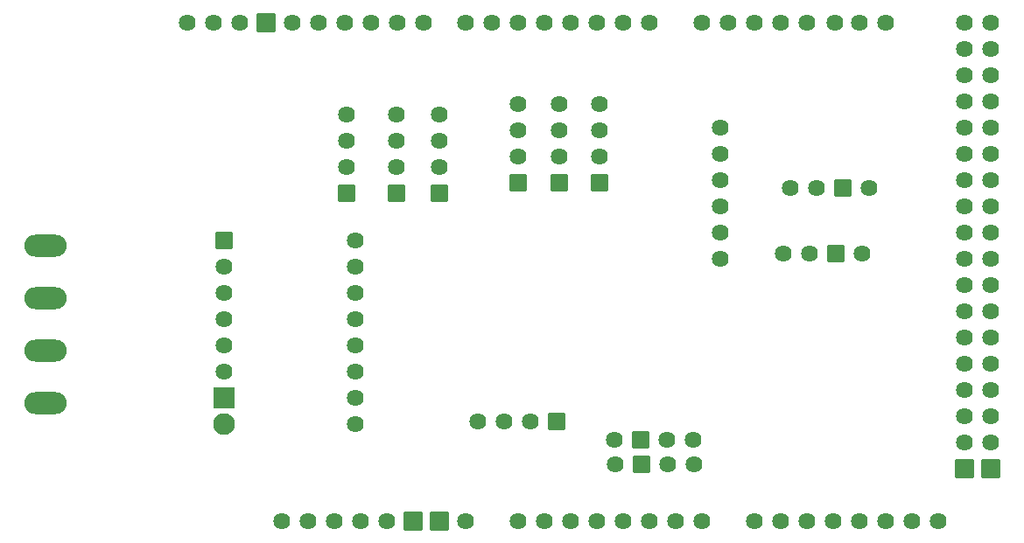
<source format=gbs>
G04 Layer: BottomSolderMaskLayer*
G04 EasyEDA v6.5.22, 2022-12-23 11:11:42*
G04 6bc2ae37271549389f3215a5b1e34c8e,48bb6e63cd8b433992a3f5e94ad137e8,10*
G04 Gerber Generator version 0.2*
G04 Scale: 100 percent, Rotated: No, Reflected: No *
G04 Dimensions in millimeters *
G04 leading zeros omitted , absolute positions ,4 integer and 5 decimal *
%FSLAX45Y45*%
%MOMM*%

%AMMACRO1*1,1,$1,$2,$3*1,1,$1,$4,$5*1,1,$1,0-$2,0-$3*1,1,$1,0-$4,0-$5*20,1,$1,$2,$3,$4,$5,0*20,1,$1,$4,$5,0-$2,0-$3,0*20,1,$1,0-$2,0-$3,0-$4,0-$5,0*20,1,$1,0-$4,0-$5,$2,$3,0*4,1,4,$2,$3,$4,$5,0-$2,0-$3,0-$4,0-$5,$2,$3,0*%
%ADD10C,1.6256*%
%ADD11MACRO1,0.1016X-0.85X0.85X0.85X0.85*%
%ADD12MACRO1,0.1016X0.762X0.762X0.762X-0.762*%
%ADD13MACRO1,0.1016X-0.762X0.762X0.762X0.762*%
%ADD14MACRO1,0.1016X0.762X-0.762X-0.762X-0.762*%
%ADD15C,2.1016*%
%ADD16MACRO1,0.1016X1X-1X-1X-1*%
%ADD17O,4.101592X2.1246084*%

%LPD*%
D10*
G01*
X2794000Y-5080000D03*
G01*
X3048000Y-5080000D03*
G01*
X3302000Y-5080000D03*
G01*
X3556000Y-5080000D03*
G01*
X3810000Y-5080000D03*
D11*
G01*
X4064001Y-5080001D03*
G01*
X4318001Y-5080001D03*
D10*
G01*
X4572000Y-5080000D03*
G01*
X5080000Y-5080000D03*
G01*
X5334000Y-5080000D03*
G01*
X5588000Y-5080000D03*
G01*
X5842000Y-5080000D03*
G01*
X6096000Y-5080000D03*
G01*
X6350000Y-5080000D03*
G01*
X6604000Y-5080000D03*
G01*
X6858000Y-5080000D03*
G01*
X7366000Y-5080000D03*
G01*
X7620000Y-5080000D03*
G01*
X7874000Y-5080000D03*
G01*
X8128000Y-5080000D03*
G01*
X8382000Y-5080000D03*
G01*
X8636000Y-5080000D03*
G01*
X8890000Y-5080000D03*
G01*
X9144000Y-5080000D03*
D11*
G01*
X9398001Y-4572001D03*
D10*
G01*
X9398000Y-4318000D03*
G01*
X9398000Y-4064000D03*
G01*
X9398000Y-3810000D03*
G01*
X9398000Y-3556000D03*
G01*
X9398000Y-3302000D03*
G01*
X9398000Y-3048000D03*
G01*
X9398000Y-2794000D03*
G01*
X9398000Y-2540000D03*
G01*
X9398000Y-2286000D03*
G01*
X9398000Y-2032000D03*
G01*
X9398000Y-1778000D03*
G01*
X9398000Y-1524000D03*
G01*
X9398000Y-1270000D03*
G01*
X9398000Y-1016000D03*
G01*
X9398000Y-762000D03*
G01*
X9398000Y-508000D03*
G01*
X9398000Y-254000D03*
D11*
G01*
X9652001Y-4572001D03*
D10*
G01*
X9652000Y-4318000D03*
G01*
X9652000Y-4064000D03*
G01*
X9652000Y-3810000D03*
G01*
X9652000Y-3556000D03*
G01*
X9652000Y-3302000D03*
G01*
X9652000Y-3048000D03*
G01*
X9652000Y-2794000D03*
G01*
X9652000Y-2540000D03*
G01*
X9652000Y-2286000D03*
G01*
X9652000Y-2032000D03*
G01*
X9652000Y-1778000D03*
G01*
X9652000Y-1524000D03*
G01*
X9652000Y-1270000D03*
G01*
X9652000Y-1016000D03*
G01*
X9652000Y-762000D03*
G01*
X9652000Y-508000D03*
G01*
X9652000Y-254000D03*
G01*
X1879600Y-254000D03*
G01*
X2133600Y-254000D03*
G01*
X2387600Y-254000D03*
D11*
G01*
X2641601Y-254001D03*
D10*
G01*
X2895600Y-254000D03*
G01*
X3149600Y-254000D03*
G01*
X3403600Y-254000D03*
G01*
X3657600Y-254000D03*
G01*
X3911600Y-254000D03*
G01*
X4165600Y-254000D03*
G01*
X4572000Y-254000D03*
G01*
X4826000Y-254000D03*
G01*
X5080000Y-254000D03*
G01*
X5334000Y-254000D03*
G01*
X5588000Y-254000D03*
G01*
X5842000Y-254000D03*
G01*
X6096000Y-254000D03*
G01*
X6350000Y-254000D03*
G01*
X6858000Y-254000D03*
G01*
X7112000Y-254000D03*
G01*
X7366000Y-254000D03*
G01*
X7620000Y-254000D03*
G01*
X7874000Y-254000D03*
G01*
X8140700Y-254000D03*
G01*
X8382000Y-254000D03*
G01*
X8636000Y-254000D03*
D12*
G01*
X5867400Y-1803400D03*
D10*
G01*
X5867400Y-1549400D03*
G01*
X5867400Y-1295400D03*
G01*
X5867400Y-1041400D03*
D12*
G01*
X5473700Y-1803400D03*
D10*
G01*
X5473700Y-1549400D03*
G01*
X5473700Y-1295400D03*
G01*
X5473700Y-1041400D03*
D12*
G01*
X5080000Y-1803400D03*
D10*
G01*
X5080000Y-1549400D03*
G01*
X5080000Y-1295400D03*
G01*
X5080000Y-1041400D03*
D13*
G01*
X5448300Y-4114800D03*
D10*
G01*
X5194300Y-4114800D03*
G01*
X4940300Y-4114800D03*
G01*
X4686300Y-4114800D03*
G01*
X8470900Y-1854200D03*
D14*
G01*
X8216900Y-1854200D03*
D10*
G01*
X7962900Y-1854200D03*
G01*
X7708900Y-1854200D03*
G01*
X6772275Y-4295775D03*
G01*
X6518275Y-4295775D03*
D14*
G01*
X6264275Y-4295775D03*
D10*
G01*
X6010275Y-4295775D03*
G01*
X8402650Y-2492375D03*
D14*
G01*
X8148624Y-2492375D03*
D10*
G01*
X7894650Y-2492375D03*
G01*
X7640650Y-2492375D03*
G01*
X3416300Y-1143000D03*
G01*
X3416300Y-1397000D03*
G01*
X3416300Y-1651000D03*
D12*
G01*
X3416292Y-1904997D03*
D10*
G01*
X3898900Y-1143000D03*
G01*
X4318000Y-1143000D03*
G01*
X4318000Y-1397000D03*
G01*
X3898900Y-1397000D03*
G01*
X3898900Y-1651000D03*
G01*
X4318000Y-1651000D03*
D12*
G01*
X4317992Y-1904997D03*
G01*
X3898892Y-1904997D03*
D10*
G01*
X6016625Y-4530725D03*
D13*
G01*
X6270625Y-4530725D03*
D10*
G01*
X6524625Y-4530725D03*
G01*
X6778625Y-4530725D03*
D15*
G01*
X2235200Y-4140200D03*
D10*
G01*
X3505200Y-4140200D03*
G01*
X3505200Y-2362200D03*
D14*
G01*
X2235200Y-2362200D03*
D10*
G01*
X3505200Y-3886200D03*
G01*
X3505200Y-3632200D03*
G01*
X3505200Y-3378200D03*
G01*
X3505200Y-3124200D03*
G01*
X3505200Y-2870200D03*
G01*
X3505200Y-2616200D03*
D16*
G01*
X2235200Y-3886200D03*
D10*
G01*
X2235200Y-3632200D03*
G01*
X2235200Y-3378200D03*
G01*
X2235200Y-3124200D03*
G01*
X2235200Y-2870200D03*
G01*
X2235200Y-2616200D03*
D17*
G01*
X508000Y-2921000D03*
G01*
X508000Y-3429000D03*
G01*
X508000Y-3937000D03*
G01*
X508000Y-2413000D03*
D10*
G01*
X7035800Y-1270000D03*
G01*
X7035800Y-1524000D03*
G01*
X7035800Y-1778000D03*
G01*
X7035800Y-2032000D03*
G01*
X7035800Y-2286000D03*
G01*
X7035800Y-2540000D03*
M02*

</source>
